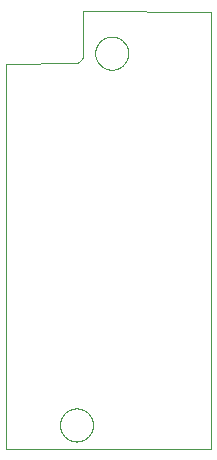
<source format=gbo>
G75*
%MOIN*%
%OFA0B0*%
%FSLAX25Y25*%
%IPPOS*%
%LPD*%
%AMOC8*
5,1,8,0,0,1.08239X$1,22.5*
%
%ADD10C,0.00300*%
%ADD11C,0.00000*%
D10*
X0003787Y0012449D02*
X0003787Y0140795D01*
X0026546Y0140852D01*
X0026546Y0140851D02*
X0026656Y0140853D01*
X0026766Y0140859D01*
X0026875Y0140868D01*
X0026984Y0140882D01*
X0027093Y0140899D01*
X0027201Y0140920D01*
X0027308Y0140945D01*
X0027414Y0140973D01*
X0027519Y0141005D01*
X0027623Y0141041D01*
X0027726Y0141080D01*
X0027827Y0141123D01*
X0027927Y0141170D01*
X0028025Y0141220D01*
X0028121Y0141273D01*
X0028215Y0141330D01*
X0028307Y0141390D01*
X0028398Y0141453D01*
X0028485Y0141519D01*
X0028571Y0141588D01*
X0028654Y0141660D01*
X0028734Y0141735D01*
X0028812Y0141813D01*
X0028887Y0141893D01*
X0028959Y0141976D01*
X0029028Y0142062D01*
X0029094Y0142149D01*
X0029157Y0142240D01*
X0029217Y0142332D01*
X0029274Y0142426D01*
X0029327Y0142522D01*
X0029377Y0142620D01*
X0029424Y0142720D01*
X0029467Y0142821D01*
X0029506Y0142924D01*
X0029542Y0143028D01*
X0029574Y0143133D01*
X0029602Y0143239D01*
X0029627Y0143346D01*
X0029648Y0143454D01*
X0029665Y0143563D01*
X0029679Y0143672D01*
X0029688Y0143781D01*
X0029694Y0143891D01*
X0029696Y0144001D01*
X0029695Y0144001D02*
X0029695Y0158174D01*
X0072291Y0158118D01*
X0072291Y0012449D01*
X0003787Y0012449D01*
D11*
X0021897Y0020323D02*
X0021899Y0020471D01*
X0021905Y0020619D01*
X0021915Y0020767D01*
X0021929Y0020914D01*
X0021947Y0021061D01*
X0021968Y0021207D01*
X0021994Y0021353D01*
X0022024Y0021498D01*
X0022057Y0021642D01*
X0022095Y0021785D01*
X0022136Y0021927D01*
X0022181Y0022068D01*
X0022229Y0022208D01*
X0022282Y0022347D01*
X0022338Y0022484D01*
X0022398Y0022619D01*
X0022461Y0022753D01*
X0022528Y0022885D01*
X0022599Y0023015D01*
X0022673Y0023143D01*
X0022750Y0023269D01*
X0022831Y0023393D01*
X0022915Y0023515D01*
X0023002Y0023634D01*
X0023093Y0023751D01*
X0023187Y0023866D01*
X0023283Y0023978D01*
X0023383Y0024088D01*
X0023485Y0024194D01*
X0023591Y0024298D01*
X0023699Y0024399D01*
X0023810Y0024497D01*
X0023923Y0024593D01*
X0024039Y0024685D01*
X0024157Y0024774D01*
X0024278Y0024859D01*
X0024401Y0024942D01*
X0024526Y0025021D01*
X0024653Y0025097D01*
X0024782Y0025169D01*
X0024913Y0025238D01*
X0025046Y0025303D01*
X0025181Y0025364D01*
X0025317Y0025422D01*
X0025454Y0025477D01*
X0025593Y0025527D01*
X0025734Y0025574D01*
X0025875Y0025617D01*
X0026018Y0025657D01*
X0026162Y0025692D01*
X0026306Y0025724D01*
X0026452Y0025751D01*
X0026598Y0025775D01*
X0026745Y0025795D01*
X0026892Y0025811D01*
X0027039Y0025823D01*
X0027187Y0025831D01*
X0027335Y0025835D01*
X0027483Y0025835D01*
X0027631Y0025831D01*
X0027779Y0025823D01*
X0027926Y0025811D01*
X0028073Y0025795D01*
X0028220Y0025775D01*
X0028366Y0025751D01*
X0028512Y0025724D01*
X0028656Y0025692D01*
X0028800Y0025657D01*
X0028943Y0025617D01*
X0029084Y0025574D01*
X0029225Y0025527D01*
X0029364Y0025477D01*
X0029501Y0025422D01*
X0029637Y0025364D01*
X0029772Y0025303D01*
X0029905Y0025238D01*
X0030036Y0025169D01*
X0030165Y0025097D01*
X0030292Y0025021D01*
X0030417Y0024942D01*
X0030540Y0024859D01*
X0030661Y0024774D01*
X0030779Y0024685D01*
X0030895Y0024593D01*
X0031008Y0024497D01*
X0031119Y0024399D01*
X0031227Y0024298D01*
X0031333Y0024194D01*
X0031435Y0024088D01*
X0031535Y0023978D01*
X0031631Y0023866D01*
X0031725Y0023751D01*
X0031816Y0023634D01*
X0031903Y0023515D01*
X0031987Y0023393D01*
X0032068Y0023269D01*
X0032145Y0023143D01*
X0032219Y0023015D01*
X0032290Y0022885D01*
X0032357Y0022753D01*
X0032420Y0022619D01*
X0032480Y0022484D01*
X0032536Y0022347D01*
X0032589Y0022208D01*
X0032637Y0022068D01*
X0032682Y0021927D01*
X0032723Y0021785D01*
X0032761Y0021642D01*
X0032794Y0021498D01*
X0032824Y0021353D01*
X0032850Y0021207D01*
X0032871Y0021061D01*
X0032889Y0020914D01*
X0032903Y0020767D01*
X0032913Y0020619D01*
X0032919Y0020471D01*
X0032921Y0020323D01*
X0032919Y0020175D01*
X0032913Y0020027D01*
X0032903Y0019879D01*
X0032889Y0019732D01*
X0032871Y0019585D01*
X0032850Y0019439D01*
X0032824Y0019293D01*
X0032794Y0019148D01*
X0032761Y0019004D01*
X0032723Y0018861D01*
X0032682Y0018719D01*
X0032637Y0018578D01*
X0032589Y0018438D01*
X0032536Y0018299D01*
X0032480Y0018162D01*
X0032420Y0018027D01*
X0032357Y0017893D01*
X0032290Y0017761D01*
X0032219Y0017631D01*
X0032145Y0017503D01*
X0032068Y0017377D01*
X0031987Y0017253D01*
X0031903Y0017131D01*
X0031816Y0017012D01*
X0031725Y0016895D01*
X0031631Y0016780D01*
X0031535Y0016668D01*
X0031435Y0016558D01*
X0031333Y0016452D01*
X0031227Y0016348D01*
X0031119Y0016247D01*
X0031008Y0016149D01*
X0030895Y0016053D01*
X0030779Y0015961D01*
X0030661Y0015872D01*
X0030540Y0015787D01*
X0030417Y0015704D01*
X0030292Y0015625D01*
X0030165Y0015549D01*
X0030036Y0015477D01*
X0029905Y0015408D01*
X0029772Y0015343D01*
X0029637Y0015282D01*
X0029501Y0015224D01*
X0029364Y0015169D01*
X0029225Y0015119D01*
X0029084Y0015072D01*
X0028943Y0015029D01*
X0028800Y0014989D01*
X0028656Y0014954D01*
X0028512Y0014922D01*
X0028366Y0014895D01*
X0028220Y0014871D01*
X0028073Y0014851D01*
X0027926Y0014835D01*
X0027779Y0014823D01*
X0027631Y0014815D01*
X0027483Y0014811D01*
X0027335Y0014811D01*
X0027187Y0014815D01*
X0027039Y0014823D01*
X0026892Y0014835D01*
X0026745Y0014851D01*
X0026598Y0014871D01*
X0026452Y0014895D01*
X0026306Y0014922D01*
X0026162Y0014954D01*
X0026018Y0014989D01*
X0025875Y0015029D01*
X0025734Y0015072D01*
X0025593Y0015119D01*
X0025454Y0015169D01*
X0025317Y0015224D01*
X0025181Y0015282D01*
X0025046Y0015343D01*
X0024913Y0015408D01*
X0024782Y0015477D01*
X0024653Y0015549D01*
X0024526Y0015625D01*
X0024401Y0015704D01*
X0024278Y0015787D01*
X0024157Y0015872D01*
X0024039Y0015961D01*
X0023923Y0016053D01*
X0023810Y0016149D01*
X0023699Y0016247D01*
X0023591Y0016348D01*
X0023485Y0016452D01*
X0023383Y0016558D01*
X0023283Y0016668D01*
X0023187Y0016780D01*
X0023093Y0016895D01*
X0023002Y0017012D01*
X0022915Y0017131D01*
X0022831Y0017253D01*
X0022750Y0017377D01*
X0022673Y0017503D01*
X0022599Y0017631D01*
X0022528Y0017761D01*
X0022461Y0017893D01*
X0022398Y0018027D01*
X0022338Y0018162D01*
X0022282Y0018299D01*
X0022229Y0018438D01*
X0022181Y0018578D01*
X0022136Y0018719D01*
X0022095Y0018861D01*
X0022057Y0019004D01*
X0022024Y0019148D01*
X0021994Y0019293D01*
X0021968Y0019439D01*
X0021947Y0019585D01*
X0021929Y0019732D01*
X0021915Y0019879D01*
X0021905Y0020027D01*
X0021899Y0020175D01*
X0021897Y0020323D01*
X0033643Y0144257D02*
X0033645Y0144405D01*
X0033651Y0144553D01*
X0033661Y0144701D01*
X0033675Y0144848D01*
X0033693Y0144995D01*
X0033714Y0145141D01*
X0033740Y0145287D01*
X0033770Y0145432D01*
X0033803Y0145576D01*
X0033841Y0145719D01*
X0033882Y0145861D01*
X0033927Y0146002D01*
X0033975Y0146142D01*
X0034028Y0146281D01*
X0034084Y0146418D01*
X0034144Y0146553D01*
X0034207Y0146687D01*
X0034274Y0146819D01*
X0034345Y0146949D01*
X0034419Y0147077D01*
X0034496Y0147203D01*
X0034577Y0147327D01*
X0034661Y0147449D01*
X0034748Y0147568D01*
X0034839Y0147685D01*
X0034933Y0147800D01*
X0035029Y0147912D01*
X0035129Y0148022D01*
X0035231Y0148128D01*
X0035337Y0148232D01*
X0035445Y0148333D01*
X0035556Y0148431D01*
X0035669Y0148527D01*
X0035785Y0148619D01*
X0035903Y0148708D01*
X0036024Y0148793D01*
X0036147Y0148876D01*
X0036272Y0148955D01*
X0036399Y0149031D01*
X0036528Y0149103D01*
X0036659Y0149172D01*
X0036792Y0149237D01*
X0036927Y0149298D01*
X0037063Y0149356D01*
X0037200Y0149411D01*
X0037339Y0149461D01*
X0037480Y0149508D01*
X0037621Y0149551D01*
X0037764Y0149591D01*
X0037908Y0149626D01*
X0038052Y0149658D01*
X0038198Y0149685D01*
X0038344Y0149709D01*
X0038491Y0149729D01*
X0038638Y0149745D01*
X0038785Y0149757D01*
X0038933Y0149765D01*
X0039081Y0149769D01*
X0039229Y0149769D01*
X0039377Y0149765D01*
X0039525Y0149757D01*
X0039672Y0149745D01*
X0039819Y0149729D01*
X0039966Y0149709D01*
X0040112Y0149685D01*
X0040258Y0149658D01*
X0040402Y0149626D01*
X0040546Y0149591D01*
X0040689Y0149551D01*
X0040830Y0149508D01*
X0040971Y0149461D01*
X0041110Y0149411D01*
X0041247Y0149356D01*
X0041383Y0149298D01*
X0041518Y0149237D01*
X0041651Y0149172D01*
X0041782Y0149103D01*
X0041911Y0149031D01*
X0042038Y0148955D01*
X0042163Y0148876D01*
X0042286Y0148793D01*
X0042407Y0148708D01*
X0042525Y0148619D01*
X0042641Y0148527D01*
X0042754Y0148431D01*
X0042865Y0148333D01*
X0042973Y0148232D01*
X0043079Y0148128D01*
X0043181Y0148022D01*
X0043281Y0147912D01*
X0043377Y0147800D01*
X0043471Y0147685D01*
X0043562Y0147568D01*
X0043649Y0147449D01*
X0043733Y0147327D01*
X0043814Y0147203D01*
X0043891Y0147077D01*
X0043965Y0146949D01*
X0044036Y0146819D01*
X0044103Y0146687D01*
X0044166Y0146553D01*
X0044226Y0146418D01*
X0044282Y0146281D01*
X0044335Y0146142D01*
X0044383Y0146002D01*
X0044428Y0145861D01*
X0044469Y0145719D01*
X0044507Y0145576D01*
X0044540Y0145432D01*
X0044570Y0145287D01*
X0044596Y0145141D01*
X0044617Y0144995D01*
X0044635Y0144848D01*
X0044649Y0144701D01*
X0044659Y0144553D01*
X0044665Y0144405D01*
X0044667Y0144257D01*
X0044665Y0144109D01*
X0044659Y0143961D01*
X0044649Y0143813D01*
X0044635Y0143666D01*
X0044617Y0143519D01*
X0044596Y0143373D01*
X0044570Y0143227D01*
X0044540Y0143082D01*
X0044507Y0142938D01*
X0044469Y0142795D01*
X0044428Y0142653D01*
X0044383Y0142512D01*
X0044335Y0142372D01*
X0044282Y0142233D01*
X0044226Y0142096D01*
X0044166Y0141961D01*
X0044103Y0141827D01*
X0044036Y0141695D01*
X0043965Y0141565D01*
X0043891Y0141437D01*
X0043814Y0141311D01*
X0043733Y0141187D01*
X0043649Y0141065D01*
X0043562Y0140946D01*
X0043471Y0140829D01*
X0043377Y0140714D01*
X0043281Y0140602D01*
X0043181Y0140492D01*
X0043079Y0140386D01*
X0042973Y0140282D01*
X0042865Y0140181D01*
X0042754Y0140083D01*
X0042641Y0139987D01*
X0042525Y0139895D01*
X0042407Y0139806D01*
X0042286Y0139721D01*
X0042163Y0139638D01*
X0042038Y0139559D01*
X0041911Y0139483D01*
X0041782Y0139411D01*
X0041651Y0139342D01*
X0041518Y0139277D01*
X0041383Y0139216D01*
X0041247Y0139158D01*
X0041110Y0139103D01*
X0040971Y0139053D01*
X0040830Y0139006D01*
X0040689Y0138963D01*
X0040546Y0138923D01*
X0040402Y0138888D01*
X0040258Y0138856D01*
X0040112Y0138829D01*
X0039966Y0138805D01*
X0039819Y0138785D01*
X0039672Y0138769D01*
X0039525Y0138757D01*
X0039377Y0138749D01*
X0039229Y0138745D01*
X0039081Y0138745D01*
X0038933Y0138749D01*
X0038785Y0138757D01*
X0038638Y0138769D01*
X0038491Y0138785D01*
X0038344Y0138805D01*
X0038198Y0138829D01*
X0038052Y0138856D01*
X0037908Y0138888D01*
X0037764Y0138923D01*
X0037621Y0138963D01*
X0037480Y0139006D01*
X0037339Y0139053D01*
X0037200Y0139103D01*
X0037063Y0139158D01*
X0036927Y0139216D01*
X0036792Y0139277D01*
X0036659Y0139342D01*
X0036528Y0139411D01*
X0036399Y0139483D01*
X0036272Y0139559D01*
X0036147Y0139638D01*
X0036024Y0139721D01*
X0035903Y0139806D01*
X0035785Y0139895D01*
X0035669Y0139987D01*
X0035556Y0140083D01*
X0035445Y0140181D01*
X0035337Y0140282D01*
X0035231Y0140386D01*
X0035129Y0140492D01*
X0035029Y0140602D01*
X0034933Y0140714D01*
X0034839Y0140829D01*
X0034748Y0140946D01*
X0034661Y0141065D01*
X0034577Y0141187D01*
X0034496Y0141311D01*
X0034419Y0141437D01*
X0034345Y0141565D01*
X0034274Y0141695D01*
X0034207Y0141827D01*
X0034144Y0141961D01*
X0034084Y0142096D01*
X0034028Y0142233D01*
X0033975Y0142372D01*
X0033927Y0142512D01*
X0033882Y0142653D01*
X0033841Y0142795D01*
X0033803Y0142938D01*
X0033770Y0143082D01*
X0033740Y0143227D01*
X0033714Y0143373D01*
X0033693Y0143519D01*
X0033675Y0143666D01*
X0033661Y0143813D01*
X0033651Y0143961D01*
X0033645Y0144109D01*
X0033643Y0144257D01*
M02*

</source>
